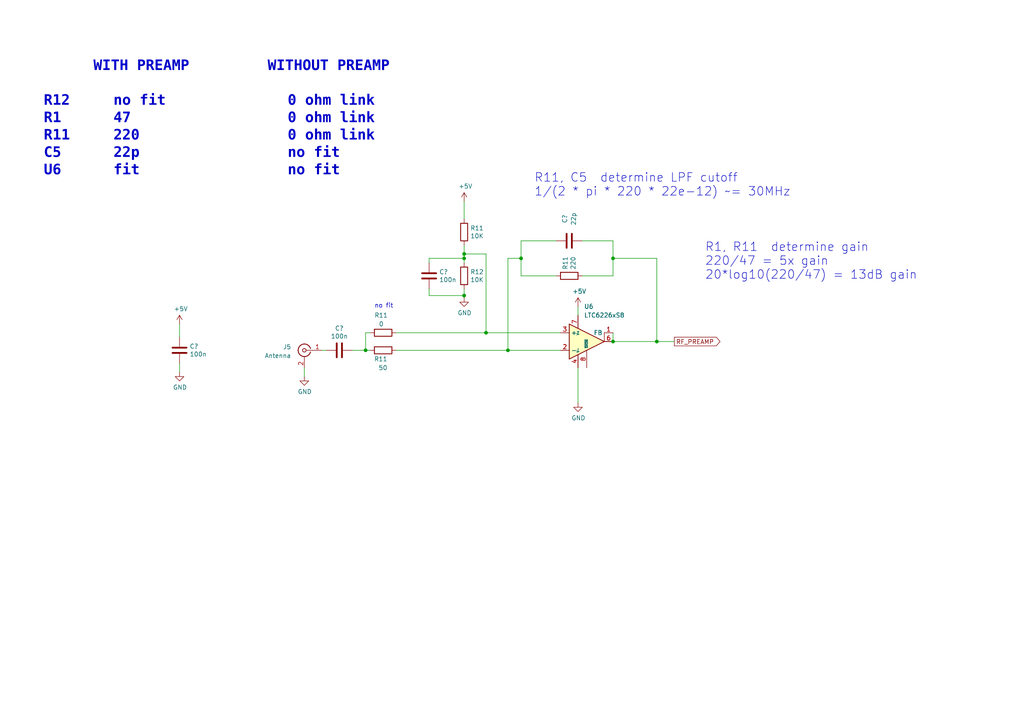
<source format=kicad_sch>
(kicad_sch (version 20230121) (generator eeschema)
  (paper "A4")
  (lib_symbols
    (symbol "Amplifier_Operational:LTC6228xS8"
      (property "Reference" "U" (at 0 8.89 0))
      (property "Value" "LTC6228xS8" (at 0 6.35 0))
      (symbol "LTC6228xS8_0_1"
        (polyline (pts (xy 5.08 0) (xy 5.08 2.54)) (stroke (width 0.1524)))
      )
      (symbol "LTC6228xS8_1_1"
        (polyline (pts (xy 5.08 0) (xy -5.08 5.08) (xy -5.08 -5.08) (xy 5.08 0)) (stroke (width 0.254)) (fill (type background)))
        (pin output line (at 7.62 2.54 180) (length 2.54) (name "FB") (number "1"))
        (pin input line (at -7.62 -2.54 0) (length 2.54) (name "-") (number "2"))
        (pin input line (at -7.62 2.54 0) (length 2.54) (name "+") (number "3"))
        (pin power_in line (at -2.54 -7.62 90) (length 3.81) (name "V-") (number "4"))
        (pin passive line (at -2.54 -7.62 90) (length 3.81) hide (name "V-") (number "5"))
        (pin output line (at 7.62 0 180) (length 2.54) (name "~") (number "6"))
        (pin power_in line (at -2.54 7.62 270) (length 3.81) (name "V+") (number "7"))
        (pin input line (at 0 -7.62 90) (length 5.08) (name "~{SHDN}") (number "8"))
      )
    )
    (symbol "Connector:Conn_Coaxial" (pin_names (offset 1.016) hide)
      (property "Reference" "J" (at 0.254 3.048 0))
      (property "Value" "Conn_Coaxial" (at 2.921 0 90))
      (symbol "Conn_Coaxial_0_1"
        (arc (start -1.778 -0.508) (mid 0.2311 -1.8066) (end 1.778 0) (stroke (width 0.254)))
        (polyline (pts (xy -2.54 0) (xy -0.508 0)))
        (polyline (pts (xy 0 -2.54) (xy 0 -1.778)))
        (circle (center 0 0) (radius 0.508) (stroke (width 0.2032)))
        (arc (start 1.778 0) (mid 0.2099 1.8101) (end -1.778 0.508) (stroke (width 0.254)))
      )
      (symbol "Conn_Coaxial_1_1"
        (pin passive line (at -5.08 0 0) (length 2.54) (name "In") (number "1"))
        (pin passive line (at 0 -5.08 90) (length 2.54) (name "Ext") (number "2"))
      )
    )
    (symbol "Device:C" (pin_numbers hide) (pin_names (offset 0.254))
      (property "Reference" "C" (at 0.635 2.54 0))
      (property "Value" "C" (at 0.635 -2.54 0))
      (symbol "C_0_1"
        (polyline (pts (xy -2.032 -0.762) (xy 2.032 -0.762)) (stroke (width 0.508)))
        (polyline (pts (xy -2.032 0.762) (xy 2.032 0.762)) (stroke (width 0.508)))
      )
      (symbol "C_1_1"
        (pin passive line (at 0 3.81 270) (length 2.794) (name "~") (number "1"))
        (pin passive line (at 0 -3.81 90) (length 2.794) (name "~") (number "2"))
      )
    )
    (symbol "Device:R" (pin_numbers hide) (pin_names (offset 0))
      (property "Reference" "R" (at 2.032 0 90))
      (property "Value" "R" (at 0 0 90))
      (symbol "R_0_1"
        (rectangle (start -1.016 -2.54) (end 1.016 2.54) (stroke (width 0.254)))
      )
      (symbol "R_1_1"
        (pin passive line (at 0 3.81 270) (length 1.27) (name "~") (number "1"))
        (pin passive line (at 0 -3.81 90) (length 1.27) (name "~") (number "2"))
      )
    )
    (symbol "power:+5V" (power) (pin_names (offset 0))
      (property "Value" "+5V" (at 0 3.556 0))
      (symbol "+5V_0_1"
        (polyline (pts (xy -0.762 1.27) (xy 0 2.54)))
        (polyline (pts (xy 0 0) (xy 0 2.54)))
        (polyline (pts (xy 0 2.54) (xy 0.762 1.27)))
      )
      (symbol "+5V_1_1"
        (pin power_in line (at 0 0 90) (length 0) hide (name "+5V") (number "1"))
      )
    )
    (symbol "power:GND" (power) (pin_names (offset 0))
      (property "Value" "GND" (at 0 -3.81 0))
      (symbol "GND_0_1"
        (polyline (pts (xy 0 0) (xy 0 -1.27) (xy 1.27 -1.27) (xy 0 -2.54) (xy -1.27 -1.27) (xy 0 -1.27)))
      )
      (symbol "GND_1_1"
        (pin power_in line (at 0 0 270) (length 0) hide (name "GND") (number "1"))
      )
    )
  )
  (junction (at 177.8 74.93))
  (junction (at 151.13 74.93))
  (junction (at 134.62 85.725))
  (junction (at 134.62 74.93))
  (junction (at 106.045 101.6))
  (junction (at 147.32 101.6))
  (junction (at 140.97 96.52))
  (junction (at 190.5 99.06))
  (junction (at 134.62 73.66))
  (junction (at 177.8 99.06))
  (wire (pts (xy 134.62 85.725) (xy 134.62 86.36)))
  (wire (pts (xy 106.045 101.6) (xy 107.315 101.6)))
  (wire (pts (xy 134.62 58.42) (xy 134.62 63.5)))
  (wire (pts (xy 124.46 76.2) (xy 124.46 74.93)))
  (wire (pts (xy 168.91 80.01) (xy 177.8 80.01)))
  (wire (pts (xy 190.5 99.06) (xy 195.58 99.06)))
  (wire (pts (xy 134.62 74.93) (xy 134.62 76.2)))
  (wire (pts (xy 177.8 74.93) (xy 177.8 80.01)))
  (wire (pts (xy 177.8 96.52) (xy 177.8 99.06)))
  (wire (pts (xy 151.13 69.85) (xy 151.13 74.93)))
  (wire (pts (xy 190.5 99.06) (xy 190.5 74.93)))
  (wire (pts (xy 161.29 80.01) (xy 151.13 80.01)))
  (wire (pts (xy 134.62 71.12) (xy 134.62 73.66)))
  (wire (pts (xy 147.32 101.6) (xy 162.56 101.6)))
  (wire (pts (xy 106.045 96.52) (xy 106.045 101.6)))
  (wire (pts (xy 151.13 74.93) (xy 151.13 80.01)))
  (wire (pts (xy 167.64 106.68) (xy 167.64 116.84)))
  (wire (pts (xy 190.5 74.93) (xy 177.8 74.93)))
  (wire (pts (xy 168.91 69.85) (xy 177.8 69.85)))
  (wire (pts (xy 88.265 106.68) (xy 88.265 109.22)))
  (wire (pts (xy 93.345 101.6) (xy 94.615 101.6)))
  (wire (pts (xy 52.07 105.41) (xy 52.07 107.95)))
  (wire (pts (xy 177.8 99.06) (xy 190.5 99.06)))
  (wire (pts (xy 147.32 101.6) (xy 147.32 74.93)))
  (wire (pts (xy 134.62 73.66) (xy 140.97 73.66)))
  (wire (pts (xy 52.07 93.98) (xy 52.07 97.79)))
  (wire (pts (xy 140.97 96.52) (xy 162.56 96.52)))
  (wire (pts (xy 177.8 69.85) (xy 177.8 74.93)))
  (wire (pts (xy 107.315 96.52) (xy 106.045 96.52)))
  (wire (pts (xy 134.62 83.82) (xy 134.62 85.725)))
  (wire (pts (xy 147.32 74.93) (xy 151.13 74.93)))
  (wire (pts (xy 124.46 74.93) (xy 134.62 74.93)))
  (wire (pts (xy 161.29 69.85) (xy 151.13 69.85)))
  (wire (pts (xy 140.97 73.66) (xy 140.97 96.52)))
  (wire (pts (xy 114.935 101.6) (xy 147.32 101.6)))
  (wire (pts (xy 102.235 101.6) (xy 106.045 101.6)))
  (wire (pts (xy 167.64 88.9) (xy 167.64 91.44)))
  (wire (pts (xy 134.62 73.66) (xy 134.62 74.93)))
  (wire (pts (xy 124.46 85.725) (xy 134.62 85.725)))
  (wire (pts (xy 124.46 83.82) (xy 124.46 85.725)))
  (wire (pts (xy 114.935 96.52) (xy 140.97 96.52)))
  (text "no fit" (at 108.585 89.535 0) (effects (font (size 1.27 1.27)) (justify left bottom)))
  (text "R11, C5  determine LPF cutoff\n1/(2 * pi * 220 * 22e-12) ~= 30MHz" (at 154.94 57.15 0) (effects (font (size 2.5 2.5)) (justify left bottom)))
  (text "		WITH PREAMP         WITHOUT PREAMP\n\nR12     no fit              0 ohm link\nR1      47                  0 ohm link\nR11     220                 0 ohm link\nC5      22p                 no fit               \nU6      fit                 no fit" (at 12.7 52.07 0) (effects (font (size 3 3) (thickness 0.254) bold) (justify left bottom)))
  (text "R1, R11  determine gain\n220/47 = 5x gain\n20*log10(220/47) = 13dB gain" (at 204.47 81.28 0) (effects (font (size 2.5 2.5)) (justify left bottom)))
  (global_label "RF_PREAMP" (shape output) (at 195.58 99.06 0) (property "Intersheetrefs" "${INTERSHEET_REFS}" (effects hide)))
  (symbol (lib_id "Device:C") (at 165.1 69.85 90) (unit 1)
    (property "Reference" "C?" (at 163.83 63.4746 0))
    (property "Value" "22p" (at 166.37 63.5 0))
    (property "Footprint" "Capacitor_SMD:C_0805_2012Metric" (effects hide))
    (instances (project "RADIO" (path "" (reference "C?") (unit 1))) (project "pico_rx" (path "" (reference "C1") (unit 1)) (path "" (reference "C5") (unit 1))))
  )
  (symbol (lib_id "Device:C") (at 124.46 80.01 0) (unit 1)
    (property "Reference" "C?" (at 127.381 78.867 0) (effects (justify left)))
    (property "Value" "100n" (at 127.381 81.153 0) (effects (justify left)))
    (property "Footprint" "Capacitor_SMD:C_0805_2012Metric" (effects hide))
    (instances (project "RADIO" (path "" (reference "C?") (unit 1))) (project "pico_rx" (path "" (reference "C10") (unit 1)) (path "" (reference "C17") (unit 1))))
  )
  (symbol (lib_id "power:GND") (at 134.62 86.36 0) (unit 1)
    (property "Reference" "#PWR036" (effects hide))
    (property "Value" "GND" (at 134.747 90.7542 0))
    (instances (project "RADIO" (path "" (reference "#PWR036") (unit 1))) (project "pico_rx" (path "" (reference "#PWR034") (unit 1)) (path "" (reference "#PWR033") (unit 1)) (path "" (reference "#PWR033") (unit 1))))
  )
  (symbol (lib_id "Amplifier_Operational:LTC6228xS8") (at 170.18 99.06 0) (unit 1)
    (property "Reference" "U6" (at 169.3975 88.9 0) (effects (justify left)))
    (property "Value" "LTC6226xS8" (at 169.3975 91.44 0) (effects (justify left)))
    (property "Footprint" "Package_SO:SO-8_3.9x4.9mm_P1.27mm" (effects hide))
    (property "Datasheet" "https://www.analog.com/media/en/technical-documentation/data-sheets/LTC6228-6229.pdf" (effects hide))
  )
  (symbol (lib_id "Device:R") (at 111.125 96.52 270) (unit 1)
    (property "Reference" "R11" (at 108.585 91.44 90) (effects (justify left)))
    (property "Value" "0" (at 109.855 93.98 90) (effects (justify left)))
    (property "Footprint" "Resistor_SMD:R_0805_2012Metric" (effects hide))
    (instances (project "RADIO" (path "" (reference "R11") (unit 1))) (project "pico_rx" (path "" (reference "R10") (unit 1)) (path "" (reference "R2") (unit 1)) (path "" (reference "R12") (unit 1))))
  )
  (symbol (lib_id "power:GND") (at 88.265 109.22 0) (unit 1)
    (property "Reference" "#PWR?" (effects hide))
    (property "Value" "GND" (at 88.392 113.6142 0))
    (instances (project "RADIO" (path "" (reference "#PWR?") (unit 1))) (project "pico_rx" (path "" (reference "#PWR047") (unit 1)) (path "" (reference "#PWR08") (unit 1))))
  )
  (symbol (lib_id "power:+5V") (at 167.64 88.9 0) (unit 1)
    (property "Reference" "#PWR?" (effects hide))
    (property "Value" "+5V" (at 168.021 84.5058 0))
    (instances (project "RADIO" (path "" (reference "#PWR?") (unit 1))) (project "pico_rx" (path "" (reference "#PWR03") (unit 1)) (path "" (reference "#PWR040") (unit 1))))
  )
  (symbol (lib_id "power:GND") (at 52.07 107.95 0) (unit 1)
    (property "Reference" "#PWR?" (effects hide))
    (property "Value" "GND" (at 52.197 112.3442 0))
    (instances (project "RADIO" (path "" (reference "#PWR?") (unit 1))) (project "pico_rx" (path "" (reference "#PWR043") (unit 1)) (path "" (reference "#PWR043") (unit 1))))
  )
  (symbol (lib_id "Device:R") (at 134.62 67.31 0) (unit 1)
    (property "Reference" "R11" (at 136.398 66.167 0) (effects (justify left)))
    (property "Value" "10K" (at 136.398 68.453 0) (effects (justify left)))
    (property "Footprint" "Resistor_SMD:R_0805_2012Metric" (effects hide))
    (instances (project "RADIO" (path "" (reference "R11") (unit 1))) (project "pico_rx" (path "" (reference "R10") (unit 1)) (path "" (reference "R2") (unit 1)) (path "" (reference "R2") (unit 1))))
  )
  (symbol (lib_id "Device:C") (at 52.07 101.6 0) (unit 1)
    (property "Reference" "C?" (at 54.991 100.457 0) (effects (justify left)))
    (property "Value" "100n" (at 54.991 102.743 0) (effects (justify left)))
    (property "Footprint" "Capacitor_SMD:C_0805_2012Metric" (effects hide))
    (instances (project "RADIO" (path "" (reference "C?") (unit 1))) (project "pico_rx" (path "" (reference "C10") (unit 1)) (path "" (reference "C10") (unit 1))))
  )
  (symbol (lib_id "Device:R") (at 134.62 80.01 0) (unit 1)
    (property "Reference" "R12" (at 136.398 78.867 0) (effects (justify left)))
    (property "Value" "10K" (at 136.398 81.153 0) (effects (justify left)))
    (property "Footprint" "Resistor_SMD:R_0805_2012Metric" (effects hide))
    (instances (project "RADIO" (path "" (reference "R12") (unit 1))) (project "pico_rx" (path "" (reference "R11") (unit 1)) (path "" (reference "R10") (unit 1)) (path "" (reference "R10") (unit 1))))
  )
  (symbol (lib_id "power:+5V") (at 134.62 58.42 0) (unit 1)
    (property "Reference" "#PWR?" (effects hide))
    (property "Value" "+5V" (at 135.001 54.0258 0))
    (instances (project "RADIO" (path "" (reference "#PWR?") (unit 1))) (project "pico_rx" (path "" (reference "#PWR035") (unit 1)) (path "" (reference "#PWR07") (unit 1))))
  )
  (symbol (lib_id "power:+5V") (at 52.07 93.98 0) (unit 1)
    (property "Reference" "#PWR?" (effects hide))
    (property "Value" "+5V" (at 52.451 89.5858 0))
    (instances (project "RADIO" (path "" (reference "#PWR?") (unit 1))) (project "pico_rx" (path "" (reference "#PWR035") (unit 1)) (path "" (reference "#PWR035") (unit 1))))
  )
  (symbol (lib_id "Device:C") (at 98.425 101.6 270) (mirror x) (unit 1)
    (property "Reference" "C?" (at 98.425 95.2246 90))
    (property "Value" "100n" (at 98.425 97.536 90))
    (property "Footprint" "Capacitor_SMD:C_0805_2012Metric" (effects hide))
    (instances (project "RADIO" (path "" (reference "C?") (unit 1))) (project "pico_rx" (path "" (reference "C1") (unit 1)) (path "" (reference "C1") (unit 1))))
  )
  (symbol (lib_id "Device:R") (at 165.1 80.01 90) (unit 1)
    (property "Reference" "R11" (at 163.957 78.232 0) (effects (justify left)))
    (property "Value" "220" (at 166.243 78.232 0) (effects (justify left)))
    (property "Footprint" "Resistor_SMD:R_0805_2012Metric" (effects hide))
    (instances (project "RADIO" (path "" (reference "R11") (unit 1))) (project "pico_rx" (path "" (reference "R10") (unit 1)) (path "" (reference "R2") (unit 1)) (path "" (reference "R11") (unit 1))))
  )
  (symbol (lib_id "Device:R") (at 111.125 101.6 90) (unit 1)
    (property "Reference" "R11" (at 112.395 104.14 90) (effects (justify left)))
    (property "Value" "50" (at 112.395 106.68 90) (effects (justify left)))
    (property "Footprint" "Resistor_SMD:R_0805_2012Metric" (effects hide))
    (instances (project "RADIO" (path "" (reference "R11") (unit 1))) (project "pico_rx" (path "" (reference "R10") (unit 1)) (path "" (reference "R2") (unit 1)) (path "" (reference "R1") (unit 1))))
  )
  (symbol (lib_id "power:GND") (at 167.64 116.84 0) (unit 1)
    (property "Reference" "#PWR036" (effects hide))
    (property "Value" "GND" (at 167.767 121.2342 0))
    (instances (project "RADIO" (path "" (reference "#PWR036") (unit 1))) (project "pico_rx" (path "" (reference "#PWR034") (unit 1)) (path "" (reference "#PWR033") (unit 1)) (path "" (reference "#PWR034") (unit 1))))
  )
  (symbol (lib_id "Connector:Conn_Coaxial") (at 88.265 101.6 0) (mirror y) (unit 1)
    (property "Reference" "J5" (at 84.455 100.6232 0) (effects (justify left)))
    (property "Value" "Antenna" (at 84.455 103.1632 0) (effects (justify left)))
    (property "Footprint" "Connector_Coaxial:SMA_Samtec_SMA-J-P-X-ST-EM1_EdgeMount" (effects hide))
    (property "Datasheet" " ~" (effects hide))
  )
)
</source>
